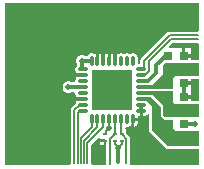
<source format=gtl>
G04*
G04 #@! TF.GenerationSoftware,Altium Limited,Altium Designer,25.5.2 (35)*
G04*
G04 Layer_Physical_Order=1*
G04 Layer_Color=5124078*
%FSLAX24Y24*%
%MOIN*%
G70*
G04*
G04 #@! TF.SameCoordinates,453EF845-7691-4830-909E-7B289A108B7F*
G04*
G04*
G04 #@! TF.FilePolarity,Positive*
G04*
G01*
G75*
%ADD12C,0.0079*%
%ADD14C,0.0059*%
%ADD16R,0.0295X0.0315*%
%ADD17R,0.0118X0.0106*%
%ADD18O,0.0118X0.0335*%
%ADD19O,0.0335X0.0118*%
%ADD20R,0.1378X0.1378*%
%ADD27C,0.0118*%
%ADD28C,0.0240*%
%ADD29C,0.0197*%
G36*
X2889Y1527D02*
Y1006D01*
X2630D01*
Y1096D01*
X2382D01*
Y1146D01*
X2332D01*
Y1403D01*
X2134D01*
Y1403D01*
X2098D01*
Y1403D01*
X1897D01*
X1879Y1449D01*
X2003Y1573D01*
X2864D01*
X2889Y1527D01*
D02*
G37*
G36*
Y1996D02*
X2864Y1951D01*
X1914D01*
X1897Y1950D01*
X1881Y1946D01*
X1864Y1941D01*
X1849Y1933D01*
X1835Y1924D01*
X1822Y1913D01*
X971Y1062D01*
X960Y1049D01*
X951Y1035D01*
X943Y1019D01*
X938Y1003D01*
X934Y987D01*
X933Y970D01*
Y880D01*
X904Y862D01*
X851Y882D01*
X848Y897D01*
Y1073D01*
X847Y1094D01*
X843Y1114D01*
X836Y1134D01*
X827Y1153D01*
X815Y1170D01*
X802Y1186D01*
X786Y1199D01*
X769Y1211D01*
X750Y1220D01*
X730Y1227D01*
X710Y1231D01*
X689Y1232D01*
X668Y1231D01*
X648Y1227D01*
X628Y1220D01*
X609Y1211D01*
X592Y1199D01*
X591Y1198D01*
X589Y1199D01*
X572Y1211D01*
X553Y1220D01*
X533Y1227D01*
X513Y1231D01*
X492Y1232D01*
X471Y1231D01*
X451Y1227D01*
X431Y1220D01*
X412Y1211D01*
X395Y1199D01*
X394Y1198D01*
X392Y1199D01*
X375Y1211D01*
X356Y1220D01*
X337Y1227D01*
X316Y1231D01*
X295Y1232D01*
X274Y1231D01*
X254Y1227D01*
X234Y1220D01*
X216Y1211D01*
X198Y1199D01*
X197Y1198D01*
X195Y1199D01*
X178Y1211D01*
X159Y1220D01*
X148Y1224D01*
Y1135D01*
X148Y1134D01*
X141Y1114D01*
X137Y1094D01*
X136Y1073D01*
Y965D01*
X48D01*
Y1224D01*
X37Y1220D01*
X19Y1211D01*
X1Y1199D01*
X0Y1198D01*
X-1Y1199D01*
X-19Y1211D01*
X-37Y1220D01*
X-48Y1224D01*
Y965D01*
X-148D01*
Y1224D01*
X-159Y1220D01*
X-178Y1211D01*
X-195Y1199D01*
X-197Y1198D01*
X-198Y1199D01*
X-216Y1211D01*
X-234Y1220D01*
X-245Y1224D01*
Y965D01*
X-345D01*
Y1224D01*
X-356Y1220D01*
X-375Y1211D01*
X-392Y1199D01*
X-394Y1198D01*
X-395Y1199D01*
X-412Y1211D01*
X-431Y1220D01*
X-442Y1224D01*
Y965D01*
X-530D01*
Y1073D01*
X-531Y1094D01*
X-535Y1114D01*
X-542Y1134D01*
X-542Y1135D01*
Y1224D01*
X-553Y1220D01*
X-572Y1211D01*
X-589Y1199D01*
X-591Y1198D01*
X-592Y1199D01*
X-609Y1211D01*
X-628Y1220D01*
X-648Y1227D01*
X-668Y1231D01*
X-689Y1232D01*
X-710Y1231D01*
X-730Y1227D01*
X-750Y1220D01*
X-769Y1211D01*
X-786Y1199D01*
X-802Y1186D01*
X-815Y1170D01*
X-827Y1153D01*
X-833Y1141D01*
X-874Y1134D01*
X-884Y1133D01*
X-889Y1138D01*
X-908Y1150D01*
X-928Y1159D01*
X-949Y1167D01*
X-971Y1172D01*
X-993Y1174D01*
X-1015D01*
X-1037Y1172D01*
X-1059Y1167D01*
X-1080Y1159D01*
X-1100Y1150D01*
X-1119Y1138D01*
X-1136Y1124D01*
X-1152Y1108D01*
X-1166Y1091D01*
X-1178Y1072D01*
X-1188Y1052D01*
X-1195Y1031D01*
X-1200Y1009D01*
X-1202Y987D01*
Y965D01*
X-1200Y942D01*
X-1195Y921D01*
X-1188Y900D01*
X-1178Y880D01*
X-1166Y861D01*
X-1170Y815D01*
X-1186Y802D01*
X-1199Y786D01*
X-1211Y769D01*
X-1220Y750D01*
X-1227Y730D01*
X-1231Y710D01*
X-1232Y689D01*
X-1231Y668D01*
X-1227Y648D01*
X-1220Y628D01*
X-1211Y609D01*
X-1199Y592D01*
X-1198Y591D01*
X-1199Y589D01*
X-1211Y572D01*
X-1220Y553D01*
X-1224Y542D01*
X-1135D01*
X-1134Y542D01*
X-1114Y535D01*
X-1094Y531D01*
X-1073Y530D01*
X-965D01*
Y455D01*
X-1073D01*
X-1094Y453D01*
X-1114Y449D01*
X-1134Y443D01*
X-1135Y442D01*
X-1224D01*
X-1220Y431D01*
X-1211Y412D01*
X-1199Y395D01*
X-1198Y394D01*
X-1199Y392D01*
X-1211Y375D01*
X-1220Y356D01*
X-1227Y337D01*
X-1231Y316D01*
X-1232Y295D01*
X-1273Y258D01*
X-1338D01*
X-1342Y261D01*
X-1361Y272D01*
X-1381Y282D01*
X-1402Y289D01*
X-1423Y294D01*
X-1446Y297D01*
X-1468D01*
X-1490Y294D01*
X-1512Y289D01*
X-1533Y282D01*
X-1553Y272D01*
X-1572Y261D01*
X-1589Y247D01*
X-1605Y231D01*
X-1619Y213D01*
X-1631Y195D01*
X-1640Y174D01*
X-1648Y153D01*
X-1653Y132D01*
X-1655Y110D01*
Y87D01*
X-1653Y65D01*
X-1648Y43D01*
X-1640Y22D01*
X-1631Y2D01*
X-1619Y-17D01*
X-1605Y-34D01*
X-1589Y-50D01*
X-1572Y-64D01*
X-1553Y-76D01*
X-1533Y-85D01*
X-1512Y-93D01*
X-1490Y-98D01*
X-1468Y-100D01*
X-1446D01*
X-1423Y-98D01*
X-1402Y-93D01*
X-1381Y-85D01*
X-1361Y-76D01*
X-1342Y-64D01*
X-1338Y-61D01*
X-1273D01*
X-1232Y-98D01*
X-1231Y-119D01*
X-1227Y-140D01*
X-1220Y-159D01*
X-1211Y-178D01*
X-1199Y-195D01*
X-1198Y-197D01*
X-1199Y-198D01*
X-1211Y-216D01*
X-1220Y-234D01*
X-1224Y-245D01*
X-1135D01*
X-1134Y-246D01*
X-1114Y-252D01*
X-1094Y-256D01*
X-1073Y-258D01*
X-965D01*
Y-333D01*
X-1073D01*
X-1094Y-334D01*
X-1114Y-338D01*
X-1134Y-345D01*
X-1135Y-345D01*
X-1224D01*
X-1220Y-356D01*
X-1211Y-375D01*
X-1199Y-392D01*
X-1198Y-394D01*
X-1199Y-395D01*
X-1211Y-412D01*
X-1220Y-431D01*
X-1227Y-451D01*
X-1230Y-465D01*
X-1352Y-587D01*
X-1363Y-600D01*
X-1372Y-614D01*
X-1380Y-629D01*
X-1385Y-646D01*
X-1389Y-662D01*
X-1390Y-679D01*
Y-2441D01*
X-1389Y-2446D01*
X-1411Y-2480D01*
X-1423Y-2492D01*
X-1430Y-2495D01*
X-3578D01*
Y2889D01*
X2889D01*
Y1996D01*
D02*
G37*
G36*
Y472D02*
X2087Y472D01*
X2018Y404D01*
Y39D01*
X945D01*
Y157D01*
X1339D01*
X1693Y512D01*
Y827D01*
X1772Y906D01*
X2889D01*
Y472D01*
D02*
G37*
G36*
Y-372D02*
X2630D01*
Y-296D01*
X2382D01*
Y-196D01*
X2630D01*
Y-11D01*
Y196D01*
X2382D01*
Y296D01*
X2630D01*
Y372D01*
X2889D01*
Y-372D01*
D02*
G37*
G36*
X2018Y-404D02*
X2087Y-472D01*
X2889Y-472D01*
Y-906D01*
X1772D01*
X1693Y-827D01*
Y-512D01*
X1339Y-157D01*
X945D01*
Y-39D01*
X2018D01*
Y-404D01*
D02*
G37*
G36*
X1015Y-848D02*
X1073D01*
X1094Y-847D01*
X1114Y-843D01*
X1134Y-836D01*
X1153Y-827D01*
X1170Y-815D01*
X1186Y-802D01*
X1189Y-798D01*
X1234Y-811D01*
X1238Y-815D01*
Y-1339D01*
X1240Y-1354D01*
X1243Y-1370D01*
X1249Y-1384D01*
X1257Y-1398D01*
X1268Y-1410D01*
X1789Y-1931D01*
X1801Y-1941D01*
X1815Y-1950D01*
X1829Y-1956D01*
X1845Y-1959D01*
X1860Y-1961D01*
X2889D01*
Y-2495D01*
X640D01*
X627Y-2486D01*
X602Y-2450D01*
X601Y-2446D01*
X602Y-2432D01*
Y-1620D01*
X601Y-1603D01*
X598Y-1586D01*
X592Y-1570D01*
X585Y-1555D01*
X575Y-1541D01*
X564Y-1528D01*
X474Y-1438D01*
Y-1309D01*
X448D01*
X431Y-1260D01*
X431Y-1260D01*
X471Y-1231D01*
X474Y-1231D01*
X492Y-1232D01*
X513Y-1231D01*
X533Y-1227D01*
X553Y-1220D01*
X572Y-1211D01*
X589Y-1199D01*
X591Y-1198D01*
X592Y-1199D01*
X609Y-1211D01*
X628Y-1220D01*
X639Y-1224D01*
Y-1135D01*
X639Y-1134D01*
X646Y-1114D01*
X650Y-1094D01*
X652Y-1073D01*
Y-965D01*
X689D01*
Y-915D01*
X848D01*
Y-897D01*
X855Y-855D01*
X897Y-848D01*
X915D01*
Y-689D01*
X1015D01*
Y-848D01*
D02*
G37*
G36*
X1614Y-551D02*
Y-866D01*
X1732Y-984D01*
X2018D01*
Y-1260D01*
X2136Y-1378D01*
X2889D01*
Y-1860D01*
X1860D01*
X1339Y-1339D01*
Y-541D01*
X1152Y-354D01*
X945D01*
Y-236D01*
X1299D01*
X1614Y-551D01*
D02*
G37*
G36*
X-395Y-1588D02*
Y-1637D01*
X-236D01*
Y-1737D01*
X-395D01*
Y-1840D01*
X-209D01*
Y-2447D01*
X-236Y-2485D01*
X-249Y-2495D01*
X-656D01*
X-664Y-2492D01*
X-676Y-2480D01*
X-697Y-2446D01*
X-697Y-2441D01*
Y-1825D01*
X-441Y-1569D01*
X-395Y-1588D01*
D02*
G37*
%LPC*%
G36*
X2630Y1403D02*
X2432D01*
Y1196D01*
X2630D01*
Y1403D01*
D02*
G37*
G36*
X848Y-1015D02*
X739D01*
Y-1224D01*
X750Y-1220D01*
X769Y-1211D01*
X786Y-1199D01*
X802Y-1186D01*
X815Y-1170D01*
X827Y-1153D01*
X836Y-1134D01*
X843Y-1114D01*
X847Y-1094D01*
X848Y-1073D01*
Y-1015D01*
D02*
G37*
%LPD*%
D12*
X-256Y-1838D02*
Y-1699D01*
X-335Y-1949D02*
Y-1917D01*
X-256Y-1699D02*
X-247Y-1690D01*
X-335Y-1917D02*
X-256Y-1838D01*
X-111Y-1260D02*
X-98D01*
X-217Y-1365D02*
X-111Y-1260D01*
X-230Y-1463D02*
X-217Y-1449D01*
X-236Y-1463D02*
X-230D01*
X-217Y-1449D02*
Y-1365D01*
X-98Y-1260D02*
Y-1181D01*
X-98Y-1181D02*
Y-965D01*
X-98Y-1181D02*
X-98Y-1181D01*
D14*
X79Y-1806D02*
Y-1687D01*
Y-1806D02*
X177Y-1904D01*
X197Y-1929D02*
Y-1884D01*
X315Y-1811D02*
Y-1687D01*
X197Y-1929D02*
X315Y-1811D01*
X-79Y-2447D02*
Y-1621D01*
X49Y-1493D01*
X344Y-1492D02*
X472Y-1620D01*
Y-2432D02*
Y-1620D01*
X315Y-1463D02*
X321D01*
X344Y-1486D01*
Y-1492D02*
Y-1486D01*
X87Y-1449D02*
X98D01*
X49Y-1486D02*
X87Y-1449D01*
X49Y-1493D02*
Y-1486D01*
X98Y-1449D02*
Y-965D01*
X295Y-1443D02*
X315Y-1463D01*
X295Y-1443D02*
Y-965D01*
X965Y492D02*
X1089D01*
X1118Y522D02*
X1120D01*
X1222Y623D02*
Y976D01*
X1120Y522D02*
X1222Y623D01*
X1089Y492D02*
X1118Y522D01*
X965Y689D02*
X1036D01*
X1063Y970D02*
X1914Y1821D01*
X1036Y689D02*
X1063Y716D01*
Y970D01*
X1222Y976D02*
X1949Y1703D01*
X2864D01*
X1914Y1821D02*
X2864D01*
X-935Y-1683D02*
X-492Y-1240D01*
X-690Y-966D02*
X-689Y-965D01*
X-295Y-1240D02*
Y-965D01*
X-1043Y-1594D02*
X-690Y-1241D01*
X-827Y-1772D02*
X-295Y-1240D01*
X-827Y-2441D02*
Y-1772D01*
X-935Y-2441D02*
Y-1683D01*
X-1043Y-2441D02*
Y-1594D01*
X-492Y-1240D02*
Y-965D01*
X-690Y-1241D02*
Y-966D01*
X-1260Y-2441D02*
Y-679D01*
X-1152Y-2441D02*
Y-753D01*
X-1260Y-679D02*
X-1073Y-492D01*
X-1152Y-753D02*
X-1087Y-689D01*
X-965D01*
X-1073Y-492D02*
X-965D01*
D16*
X1850Y246D02*
D03*
X2382D02*
D03*
X1850Y-246D02*
D03*
X2382D02*
D03*
X1850Y1146D02*
D03*
X2382D02*
D03*
Y-1142D02*
D03*
X1850D02*
D03*
D17*
X79Y-1463D02*
D03*
Y-1687D02*
D03*
X-236Y-1687D02*
D03*
Y-1463D02*
D03*
X315Y-1687D02*
D03*
Y-1463D02*
D03*
D18*
X-689Y965D02*
D03*
X-492D02*
D03*
X-295D02*
D03*
X-98D02*
D03*
X98D02*
D03*
X295D02*
D03*
X492D02*
D03*
X689D02*
D03*
Y-965D02*
D03*
X492D02*
D03*
X295D02*
D03*
X98D02*
D03*
X-98D02*
D03*
X-295D02*
D03*
X-492D02*
D03*
X-689D02*
D03*
D19*
X965Y689D02*
D03*
Y492D02*
D03*
Y295D02*
D03*
Y98D02*
D03*
Y-98D02*
D03*
Y-295D02*
D03*
Y-492D02*
D03*
Y-689D02*
D03*
X-965D02*
D03*
Y-492D02*
D03*
Y-295D02*
D03*
Y-98D02*
D03*
Y98D02*
D03*
Y295D02*
D03*
Y492D02*
D03*
Y689D02*
D03*
D20*
X-0Y0D02*
D03*
D27*
X-1004Y689D02*
X-965D01*
X-1004D02*
Y976D01*
X-689Y965D02*
Y970D01*
X-998D02*
X-689D01*
X-1004Y976D02*
X-998Y970D01*
X197Y-2404D02*
Y-1929D01*
X689Y-1073D02*
Y-965D01*
X1476Y577D02*
Y846D01*
X1816Y1186D01*
X1194Y295D02*
X1476Y577D01*
X965Y295D02*
X1194D01*
X2382Y-246D02*
Y246D01*
Y-1142D02*
X2717D01*
X2411Y-246D02*
X2677D01*
X2382Y246D02*
X2677D01*
X2382Y1142D02*
X2677D01*
X965Y-689D02*
X965D01*
X98Y965D02*
Y1378D01*
X-295Y965D02*
Y1378D01*
X965Y-689D02*
Y-492D01*
X-1831Y-295D02*
X-965D01*
X-1457Y98D02*
X-965D01*
X-1457Y98D02*
X-1457Y98D01*
X-1457Y492D02*
X-1457Y492D01*
X-965D01*
D28*
X0Y0D02*
D03*
Y472D02*
D03*
X-472D02*
D03*
Y0D02*
D03*
Y-472D02*
D03*
X0D02*
D03*
X472D02*
D03*
Y0D02*
D03*
Y472D02*
D03*
D29*
X-2441Y177D02*
D03*
Y1024D02*
D03*
X1549Y1870D02*
D03*
X-394Y1870D02*
D03*
X630D02*
D03*
X-2441Y1870D02*
D03*
X-1417D02*
D03*
X-394Y2717D02*
D03*
X630D02*
D03*
X-1004Y976D02*
D03*
X-335Y-1949D02*
D03*
X689Y-1354D02*
D03*
X-98Y-1260D02*
D03*
X197Y-1929D02*
D03*
X1850Y-512D02*
D03*
Y-787D02*
D03*
X1614Y-197D02*
D03*
X2756Y-1142D02*
D03*
Y-246D02*
D03*
Y246D02*
D03*
Y1142D02*
D03*
X1036Y-1354D02*
D03*
X98Y1378D02*
D03*
X-295D02*
D03*
X-1831Y-295D02*
D03*
X-1457Y492D02*
D03*
Y98D02*
D03*
X-1673Y-2362D02*
D03*
X-2559D02*
D03*
X-3465D02*
D03*
Y-1516D02*
D03*
Y2717D02*
D03*
X-1417Y2717D02*
D03*
X-2441D02*
D03*
X1732D02*
D03*
X-3465Y1870D02*
D03*
Y1024D02*
D03*
X2755Y2170D02*
D03*
X2756Y2717D02*
D03*
X-2559Y-1516D02*
D03*
X-1673D02*
D03*
X-3465Y-669D02*
D03*
Y177D02*
D03*
M02*

</source>
